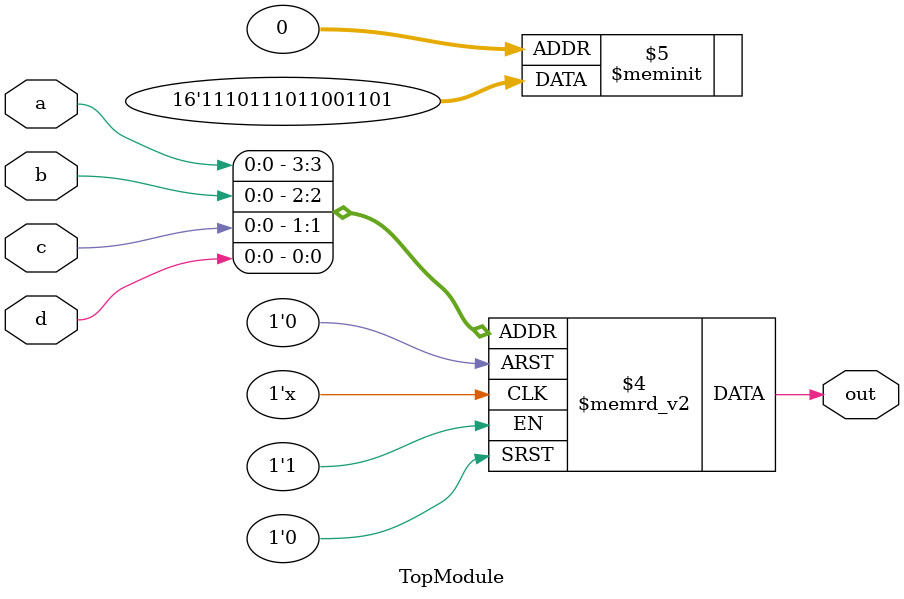
<source format=v>
module TopModule (
  input a,
  input b,
  input c,
  input d,
  output reg out
);

  always @(*) begin
    case ({a, b, c, d})
      4'b0000: out = 1'b1;
      4'b0001: out = 1'b0;
      4'b0010: out = 1'b1;
      4'b0011: out = 1'b1;
      4'b0100: out = 1'b0;
      4'b0101: out = 1'b0;
      4'b0110: out = 1'b1;
      4'b0111: out = 1'b1;
      4'b1100: out = 1'b0;
      4'b1101: out = 1'b1;
      4'b1110: out = 1'b1;
      4'b1111: out = 1'b1;
      4'b1000: out = 1'b0;
      4'b1001: out = 1'b1;
      4'b1010: out = 1'b1;
      4'b1011: out = 1'b1;
    endcase
  end

endmodule


</source>
